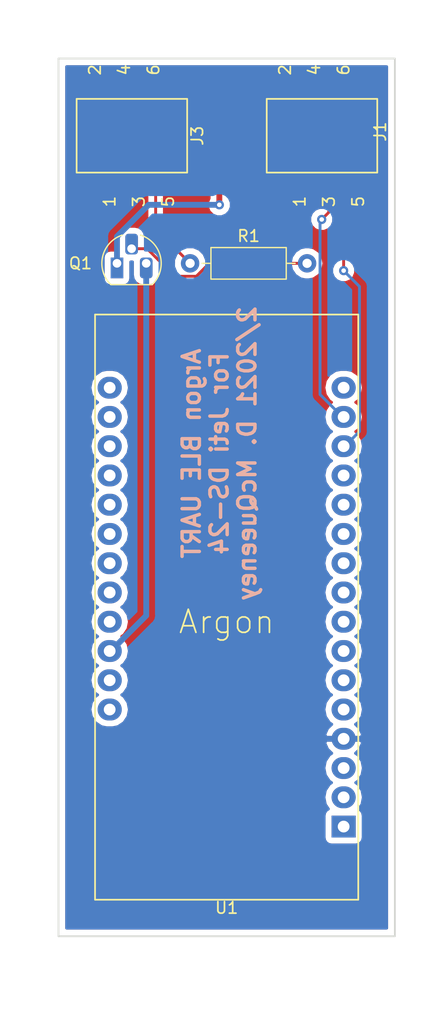
<source format=kicad_pcb>
(kicad_pcb (version 20171130) (host pcbnew 5.0.2+dfsg1-1)

  (general
    (thickness 1.6)
    (drawings 5)
    (tracks 41)
    (zones 0)
    (modules 5)
    (nets 38)
  )

  (page A4)
  (layers
    (0 F.Cu signal)
    (31 B.Cu signal)
    (32 B.Adhes user)
    (33 F.Adhes user)
    (34 B.Paste user)
    (35 F.Paste user)
    (36 B.SilkS user)
    (37 F.SilkS user)
    (38 B.Mask user)
    (39 F.Mask user)
    (40 Dwgs.User user)
    (41 Cmts.User user)
    (42 Eco1.User user)
    (43 Eco2.User user)
    (44 Edge.Cuts user)
    (45 Margin user)
    (46 B.CrtYd user)
    (47 F.CrtYd user)
    (48 B.Fab user)
    (49 F.Fab user)
  )

  (setup
    (last_trace_width 0.25)
    (user_trace_width 0.508)
    (trace_clearance 0.2)
    (zone_clearance 0.508)
    (zone_45_only no)
    (trace_min 0.2)
    (segment_width 0.2)
    (edge_width 0.15)
    (via_size 0.8)
    (via_drill 0.4)
    (via_min_size 0.4)
    (via_min_drill 0.3)
    (uvia_size 0.3)
    (uvia_drill 0.1)
    (uvias_allowed no)
    (uvia_min_size 0.2)
    (uvia_min_drill 0.1)
    (pcb_text_width 0.3)
    (pcb_text_size 1.5 1.5)
    (mod_edge_width 0.15)
    (mod_text_size 1 1)
    (mod_text_width 0.15)
    (pad_size 1.524 1.524)
    (pad_drill 0.762)
    (pad_to_mask_clearance 0.051)
    (solder_mask_min_width 0.25)
    (aux_axis_origin 0 0)
    (visible_elements FFFFFF7F)
    (pcbplotparams
      (layerselection 0x010fc_ffffffff)
      (usegerberextensions false)
      (usegerberattributes false)
      (usegerberadvancedattributes false)
      (creategerberjobfile false)
      (excludeedgelayer true)
      (linewidth 0.100000)
      (plotframeref false)
      (viasonmask false)
      (mode 1)
      (useauxorigin false)
      (hpglpennumber 1)
      (hpglpenspeed 20)
      (hpglpendiameter 15.000000)
      (psnegative false)
      (psa4output false)
      (plotreference true)
      (plotvalue true)
      (plotinvisibletext false)
      (padsonsilk false)
      (subtractmaskfromsilk false)
      (outputformat 1)
      (mirror false)
      (drillshape 1)
      (scaleselection 1)
      (outputdirectory ""))
  )

  (net 0 "")
  (net 1 "Net-(J1-Pad6)")
  (net 2 "Net-(J1-Pad5)")
  (net 3 "Net-(J1-Pad4)")
  (net 4 "Net-(J1-Pad3)")
  (net 5 "Net-(J1-Pad2)")
  (net 6 GND)
  (net 7 "Net-(J3-Pad1)")
  (net 8 "Net-(J3-Pad2)")
  (net 9 "Net-(J3-Pad3)")
  (net 10 "Net-(J3-Pad4)")
  (net 11 "Net-(J3-Pad6)")
  (net 12 "Net-(Q1-Pad2)")
  (net 13 "Net-(Q1-Pad3)")
  (net 14 "Net-(U1-Pad1)")
  (net 15 "Net-(U1-Pad2)")
  (net 16 "Net-(U1-Pad3)")
  (net 17 "Net-(U1-Pad5)")
  (net 18 "Net-(U1-Pad6)")
  (net 19 "Net-(U1-Pad7)")
  (net 20 "Net-(U1-Pad8)")
  (net 21 "Net-(U1-Pad9)")
  (net 22 "Net-(U1-Pad10)")
  (net 23 "Net-(U1-Pad11)")
  (net 24 "Net-(U1-Pad12)")
  (net 25 "Net-(U1-Pad13)")
  (net 26 "Net-(U1-Pad16)")
  (net 27 "Net-(U1-Pad17)")
  (net 28 "Net-(U1-Pad18)")
  (net 29 "Net-(U1-Pad19)")
  (net 30 "Net-(U1-Pad20)")
  (net 31 "Net-(U1-Pad21)")
  (net 32 "Net-(U1-Pad22)")
  (net 33 "Net-(U1-Pad23)")
  (net 34 "Net-(U1-Pad24)")
  (net 35 "Net-(U1-Pad25)")
  (net 36 "Net-(U1-Pad27)")
  (net 37 "Net-(U1-Pad28)")

  (net_class Default "This is the default net class."
    (clearance 0.2)
    (trace_width 0.25)
    (via_dia 0.8)
    (via_drill 0.4)
    (uvia_dia 0.3)
    (uvia_drill 0.1)
    (add_net GND)
    (add_net "Net-(J1-Pad2)")
    (add_net "Net-(J1-Pad3)")
    (add_net "Net-(J1-Pad4)")
    (add_net "Net-(J1-Pad5)")
    (add_net "Net-(J1-Pad6)")
    (add_net "Net-(J3-Pad1)")
    (add_net "Net-(J3-Pad2)")
    (add_net "Net-(J3-Pad3)")
    (add_net "Net-(J3-Pad4)")
    (add_net "Net-(J3-Pad6)")
    (add_net "Net-(Q1-Pad2)")
    (add_net "Net-(Q1-Pad3)")
    (add_net "Net-(U1-Pad1)")
    (add_net "Net-(U1-Pad10)")
    (add_net "Net-(U1-Pad11)")
    (add_net "Net-(U1-Pad12)")
    (add_net "Net-(U1-Pad13)")
    (add_net "Net-(U1-Pad16)")
    (add_net "Net-(U1-Pad17)")
    (add_net "Net-(U1-Pad18)")
    (add_net "Net-(U1-Pad19)")
    (add_net "Net-(U1-Pad2)")
    (add_net "Net-(U1-Pad20)")
    (add_net "Net-(U1-Pad21)")
    (add_net "Net-(U1-Pad22)")
    (add_net "Net-(U1-Pad23)")
    (add_net "Net-(U1-Pad24)")
    (add_net "Net-(U1-Pad25)")
    (add_net "Net-(U1-Pad27)")
    (add_net "Net-(U1-Pad28)")
    (add_net "Net-(U1-Pad3)")
    (add_net "Net-(U1-Pad5)")
    (add_net "Net-(U1-Pad6)")
    (add_net "Net-(U1-Pad7)")
    (add_net "Net-(U1-Pad8)")
    (add_net "Net-(U1-Pad9)")
  )

  (module Package_TO_SOT_THT:TO-92_HandSolder (layer F.Cu) (tedit 5A282C46) (tstamp 604660E8)
    (at 129.54 81.28)
    (descr "TO-92 leads molded, narrow, drill 0.75mm, handsoldering variant with enlarged pads (see NXP sot054_po.pdf)")
    (tags "to-92 sc-43 sc-43a sot54 PA33 transistor")
    (path /603894A7)
    (fp_text reference Q1 (at -3.175 0) (layer F.SilkS)
      (effects (font (size 1 1) (thickness 0.15)))
    )
    (fp_text value 2N3906 (at 1.27 2.79) (layer F.Fab)
      (effects (font (size 1 1) (thickness 0.15)))
    )
    (fp_arc (start 1.27 0) (end 2.05 -2.45) (angle 117.6433766) (layer F.SilkS) (width 0.12))
    (fp_arc (start 1.27 0) (end 1.27 -2.48) (angle -135) (layer F.Fab) (width 0.1))
    (fp_arc (start 1.27 0) (end 0.45 -2.45) (angle -116.9632683) (layer F.SilkS) (width 0.12))
    (fp_arc (start 1.27 0) (end 1.27 -2.48) (angle 135) (layer F.Fab) (width 0.1))
    (fp_line (start 4 2.01) (end -1.46 2.01) (layer F.CrtYd) (width 0.05))
    (fp_line (start 4 2.01) (end 4 -3.05) (layer F.CrtYd) (width 0.05))
    (fp_line (start -1.45 -3.05) (end -1.46 2.01) (layer F.CrtYd) (width 0.05))
    (fp_line (start -1.46 -3.05) (end 4 -3.05) (layer F.CrtYd) (width 0.05))
    (fp_line (start -0.5 1.75) (end 3 1.75) (layer F.Fab) (width 0.1))
    (fp_line (start -0.53 1.85) (end 3.07 1.85) (layer F.SilkS) (width 0.12))
    (fp_text user %R (at 1.27 -4.4) (layer F.Fab)
      (effects (font (size 1 1) (thickness 0.15)))
    )
    (pad 1 thru_hole rect (at 0 0) (size 1.1 1.8) (drill 0.75 (offset 0 0.4)) (layers *.Cu *.Mask)
      (net 5 "Net-(J1-Pad2)"))
    (pad 3 thru_hole roundrect (at 2.54 0) (size 1.1 1.8) (drill 0.75 (offset 0 0.4)) (layers *.Cu *.Mask) (roundrect_rratio 0.25)
      (net 13 "Net-(Q1-Pad3)"))
    (pad 2 thru_hole roundrect (at 1.27 -1.27) (size 1.1 1.8) (drill 0.75 (offset 0 -0.4)) (layers *.Cu *.Mask) (roundrect_rratio 0.25)
      (net 12 "Net-(Q1-Pad2)"))
    (model ${KISYS3DMOD}/Package_TO_SOT_THT.3dshapes/TO-92.wrl
      (at (xyz 0 0 0))
      (scale (xyz 1 1 1))
      (rotate (xyz 0 0 0))
    )
  )

  (module Resistor_THT:R_Axial_DIN0207_L6.3mm_D2.5mm_P10.16mm_Horizontal (layer F.Cu) (tedit 5AE5139B) (tstamp 6037E4D6)
    (at 135.89 81.28)
    (descr "Resistor, Axial_DIN0207 series, Axial, Horizontal, pin pitch=10.16mm, 0.25W = 1/4W, length*diameter=6.3*2.5mm^2, http://cdn-reichelt.de/documents/datenblatt/B400/1_4W%23YAG.pdf")
    (tags "Resistor Axial_DIN0207 series Axial Horizontal pin pitch 10.16mm 0.25W = 1/4W length 6.3mm diameter 2.5mm")
    (path /60389693)
    (fp_text reference R1 (at 5.08 -2.37) (layer F.SilkS)
      (effects (font (size 1 1) (thickness 0.15)))
    )
    (fp_text value 1K (at 5.08 2.37) (layer F.Fab)
      (effects (font (size 1 1) (thickness 0.15)))
    )
    (fp_text user %R (at 5.08 0) (layer F.Fab)
      (effects (font (size 1 1) (thickness 0.15)))
    )
    (fp_line (start 11.21 -1.5) (end -1.05 -1.5) (layer F.CrtYd) (width 0.05))
    (fp_line (start 11.21 1.5) (end 11.21 -1.5) (layer F.CrtYd) (width 0.05))
    (fp_line (start -1.05 1.5) (end 11.21 1.5) (layer F.CrtYd) (width 0.05))
    (fp_line (start -1.05 -1.5) (end -1.05 1.5) (layer F.CrtYd) (width 0.05))
    (fp_line (start 9.12 0) (end 8.35 0) (layer F.SilkS) (width 0.12))
    (fp_line (start 1.04 0) (end 1.81 0) (layer F.SilkS) (width 0.12))
    (fp_line (start 8.35 -1.37) (end 1.81 -1.37) (layer F.SilkS) (width 0.12))
    (fp_line (start 8.35 1.37) (end 8.35 -1.37) (layer F.SilkS) (width 0.12))
    (fp_line (start 1.81 1.37) (end 8.35 1.37) (layer F.SilkS) (width 0.12))
    (fp_line (start 1.81 -1.37) (end 1.81 1.37) (layer F.SilkS) (width 0.12))
    (fp_line (start 10.16 0) (end 8.23 0) (layer F.Fab) (width 0.1))
    (fp_line (start 0 0) (end 1.93 0) (layer F.Fab) (width 0.1))
    (fp_line (start 8.23 -1.25) (end 1.93 -1.25) (layer F.Fab) (width 0.1))
    (fp_line (start 8.23 1.25) (end 8.23 -1.25) (layer F.Fab) (width 0.1))
    (fp_line (start 1.93 1.25) (end 8.23 1.25) (layer F.Fab) (width 0.1))
    (fp_line (start 1.93 -1.25) (end 1.93 1.25) (layer F.Fab) (width 0.1))
    (pad 2 thru_hole oval (at 10.16 0) (size 1.6 1.6) (drill 0.8) (layers *.Cu *.Mask)
      (net 12 "Net-(Q1-Pad2)"))
    (pad 1 thru_hole circle (at 0 0) (size 1.6 1.6) (drill 0.8) (layers *.Cu *.Mask)
      (net 10 "Net-(J3-Pad4)"))
    (model ${KISYS3DMOD}/Resistor_THT.3dshapes/R_Axial_DIN0207_L6.3mm_D2.5mm_P10.16mm_Horizontal.wrl
      (at (xyz 0 0 0))
      (scale (xyz 1 1 1))
      (rotate (xyz 0 0 0))
    )
  )

  (module MedidoFootprints:JetiWurth (layer F.Cu) (tedit 603835FA) (tstamp 6052E11D)
    (at 147.94484 70.20306 90)
    (path /60389778)
    (fp_text reference J1 (at 0.35306 4.45516 90) (layer F.SilkS)
      (effects (font (size 1 1) (thickness 0.15)))
    )
    (fp_text value JetiWurth (at 0 -6.35 90) (layer F.Fab)
      (effects (font (size 1 1) (thickness 0.15)))
    )
    (fp_line (start -3.2 -5.4) (end 3.2 -5.4) (layer F.SilkS) (width 0.15))
    (fp_line (start -3.2 4.2) (end -3.2 -5.4) (layer F.SilkS) (width 0.15))
    (fp_line (start 3.2 4.2) (end -3.2 4.2) (layer F.SilkS) (width 0.15))
    (fp_line (start 3.2 -5.4) (end 3.2 4.2) (layer F.SilkS) (width 0.15))
    (fp_text user 6 (at 5.715 1.27 90) (layer F.SilkS)
      (effects (font (size 1 1) (thickness 0.15)))
    )
    (fp_text user 4 (at 5.715 -1.27 90) (layer F.SilkS)
      (effects (font (size 1 1) (thickness 0.15)))
    )
    (fp_text user 2 (at 5.715 -3.81 90) (layer F.SilkS)
      (effects (font (size 1 1) (thickness 0.15)))
    )
    (fp_text user 5 (at -5.715 2.54 90) (layer F.SilkS)
      (effects (font (size 1 1) (thickness 0.15)))
    )
    (fp_text user 3 (at -5.715 0 90) (layer F.SilkS)
      (effects (font (size 1 1) (thickness 0.15)))
    )
    (fp_text user 1 (at -5.715 -2.54 90) (layer F.SilkS)
      (effects (font (size 1 1) (thickness 0.15)))
    )
    (pad 6 smd rect (at 2.25806 1.28016 90) (size 3 1.5) (layers F.Cu F.Paste F.Mask)
      (net 1 "Net-(J1-Pad6)"))
    (pad 5 smd rect (at -2.2606 2.54 90) (size 3 1.5) (layers F.Cu F.Paste F.Mask)
      (net 2 "Net-(J1-Pad5)"))
    (pad 4 smd rect (at 2.24536 -1.2827 90) (size 3 1.5) (layers F.Cu F.Paste F.Mask)
      (net 3 "Net-(J1-Pad4)"))
    (pad 3 smd rect (at -2.2606 -0.00762 90) (size 3 1.5) (layers F.Cu F.Paste F.Mask)
      (net 4 "Net-(J1-Pad3)"))
    (pad 2 smd rect (at 2.24536 -3.81762 90) (size 3 1.5) (layers F.Cu F.Paste F.Mask)
      (net 5 "Net-(J1-Pad2)"))
    (pad 1 smd rect (at -2.2606 -2.54254 90) (size 3 1.5) (layers F.Cu F.Paste F.Mask)
      (net 6 GND))
  )

  (module MedidoFootprints:JetiWurth (layer F.Cu) (tedit 603835FA) (tstamp 6052E07B)
    (at 131.43484 70.20306 90)
    (path /6038936C)
    (fp_text reference J3 (at 0 5.08 90) (layer F.SilkS)
      (effects (font (size 1 1) (thickness 0.15)))
    )
    (fp_text value JetiWurth (at 0 -6.35 90) (layer F.Fab)
      (effects (font (size 1 1) (thickness 0.15)))
    )
    (fp_line (start -3.2 -5.4) (end 3.2 -5.4) (layer F.SilkS) (width 0.15))
    (fp_line (start -3.2 4.2) (end -3.2 -5.4) (layer F.SilkS) (width 0.15))
    (fp_line (start 3.2 4.2) (end -3.2 4.2) (layer F.SilkS) (width 0.15))
    (fp_line (start 3.2 -5.4) (end 3.2 4.2) (layer F.SilkS) (width 0.15))
    (fp_text user 6 (at 5.715 1.27 90) (layer F.SilkS)
      (effects (font (size 1 1) (thickness 0.15)))
    )
    (fp_text user 4 (at 5.715 -1.27 90) (layer F.SilkS)
      (effects (font (size 1 1) (thickness 0.15)))
    )
    (fp_text user 2 (at 5.715 -3.81 90) (layer F.SilkS)
      (effects (font (size 1 1) (thickness 0.15)))
    )
    (fp_text user 5 (at -5.715 2.54 90) (layer F.SilkS)
      (effects (font (size 1 1) (thickness 0.15)))
    )
    (fp_text user 3 (at -5.715 0 90) (layer F.SilkS)
      (effects (font (size 1 1) (thickness 0.15)))
    )
    (fp_text user 1 (at -5.715 -2.54 90) (layer F.SilkS)
      (effects (font (size 1 1) (thickness 0.15)))
    )
    (pad 6 smd rect (at 2.25806 1.28016 90) (size 3 1.5) (layers F.Cu F.Paste F.Mask)
      (net 11 "Net-(J3-Pad6)"))
    (pad 5 smd rect (at -2.2606 2.54 90) (size 3 1.5) (layers F.Cu F.Paste F.Mask)
      (net 6 GND))
    (pad 4 smd rect (at 2.24536 -1.2827 90) (size 3 1.5) (layers F.Cu F.Paste F.Mask)
      (net 10 "Net-(J3-Pad4)"))
    (pad 3 smd rect (at -2.2606 -0.00762 90) (size 3 1.5) (layers F.Cu F.Paste F.Mask)
      (net 9 "Net-(J3-Pad3)"))
    (pad 2 smd rect (at 2.24536 -3.81762 90) (size 3 1.5) (layers F.Cu F.Paste F.Mask)
      (net 8 "Net-(J3-Pad2)"))
    (pad 1 smd rect (at -2.2606 -2.54254 90) (size 3 1.5) (layers F.Cu F.Paste F.Mask)
      (net 7 "Net-(J3-Pad1)"))
  )

  (module MedidoFootprints:Particle_Argon (layer F.Cu) (tedit 5EC3F644) (tstamp 6052E15F)
    (at 139.065 109.855 180)
    (path /60388CAC)
    (fp_text reference U1 (at 0 -27.380001 180) (layer F.SilkS)
      (effects (font (size 1 1) (thickness 0.15)))
    )
    (fp_text value Particle_Argon (at 0 -31.75 180) (layer F.Fab)
      (effects (font (size 1 1) (thickness 0.15)))
    )
    (fp_line (start -11.43 24.13) (end -11.43 -26.67) (layer F.SilkS) (width 0.15))
    (fp_line (start 11.43 24.13) (end -11.43 24.13) (layer F.SilkS) (width 0.15))
    (fp_line (start 11.43 -26.67) (end 11.43 24.13) (layer F.SilkS) (width 0.15))
    (fp_line (start -11.43 -26.67) (end 11.43 -26.67) (layer F.SilkS) (width 0.15))
    (fp_text user Argon (at 0 -2.54 180) (layer F.SilkS)
      (effects (font (size 2 2) (thickness 0.15)))
    )
    (pad 28 thru_hole oval (at 10.16 -10.16 180) (size 2.1 1.9) (drill 1.02) (layers *.Cu *.Mask)
      (net 37 "Net-(U1-Pad28)"))
    (pad 27 thru_hole oval (at 10.16 -7.62 180) (size 2.1 1.9) (drill 1.02) (layers *.Cu *.Mask)
      (net 36 "Net-(U1-Pad27)"))
    (pad 26 thru_hole oval (at 10.16 -5.08 180) (size 2.1 1.9) (drill 1.02) (layers *.Cu *.Mask)
      (net 13 "Net-(Q1-Pad3)"))
    (pad 25 thru_hole oval (at 10.16 -2.54 180) (size 2.1 1.9) (drill 1.02) (layers *.Cu *.Mask)
      (net 35 "Net-(U1-Pad25)"))
    (pad 24 thru_hole oval (at 10.16 0 180) (size 2.1 1.9) (drill 1.02) (layers *.Cu *.Mask)
      (net 34 "Net-(U1-Pad24)"))
    (pad 23 thru_hole oval (at 10.16 2.54 180) (size 2.1 1.9) (drill 1.02) (layers *.Cu *.Mask)
      (net 33 "Net-(U1-Pad23)"))
    (pad 22 thru_hole oval (at 10.16 5.08 180) (size 2.1 1.9) (drill 1.02) (layers *.Cu *.Mask)
      (net 32 "Net-(U1-Pad22)"))
    (pad 21 thru_hole oval (at 10.16 7.62 180) (size 2.1 1.9) (drill 1.02) (layers *.Cu *.Mask)
      (net 31 "Net-(U1-Pad21)"))
    (pad 20 thru_hole oval (at 10.16 10.16 180) (size 2.1 1.9) (drill 1.02) (layers *.Cu *.Mask)
      (net 30 "Net-(U1-Pad20)"))
    (pad 19 thru_hole oval (at 10.16 12.7 180) (size 2.1 1.9) (drill 1.02) (layers *.Cu *.Mask)
      (net 29 "Net-(U1-Pad19)"))
    (pad 18 thru_hole oval (at 10.16 15.24 180) (size 2.1 1.9) (drill 1.02) (layers *.Cu *.Mask)
      (net 28 "Net-(U1-Pad18)"))
    (pad 17 thru_hole oval (at 10.16 17.78 180) (size 2.1 1.9) (drill 1.02) (layers *.Cu *.Mask)
      (net 27 "Net-(U1-Pad17)"))
    (pad 16 thru_hole oval (at -10.16 17.78 180) (size 2.1 1.9) (drill 1.02) (layers *.Cu *.Mask)
      (net 26 "Net-(U1-Pad16)"))
    (pad 15 thru_hole oval (at -10.16 15.24 180) (size 2.1 1.9) (drill 1.02) (layers *.Cu *.Mask)
      (net 4 "Net-(J1-Pad3)"))
    (pad 14 thru_hole oval (at -10.16 12.7 180) (size 2.1 1.9) (drill 1.02) (layers *.Cu *.Mask)
      (net 3 "Net-(J1-Pad4)"))
    (pad 13 thru_hole oval (at -10.16 10.16 180) (size 2.1 1.9) (drill 1.02) (layers *.Cu *.Mask)
      (net 25 "Net-(U1-Pad13)"))
    (pad 12 thru_hole oval (at -10.16 7.62 180) (size 2.1 1.9) (drill 1.02) (layers *.Cu *.Mask)
      (net 24 "Net-(U1-Pad12)"))
    (pad 11 thru_hole oval (at -10.16 5.08 180) (size 2.1 1.9) (drill 1.02) (layers *.Cu *.Mask)
      (net 23 "Net-(U1-Pad11)"))
    (pad 10 thru_hole oval (at -10.16 2.54 180) (size 2.1 1.9) (drill 1.02) (layers *.Cu *.Mask)
      (net 22 "Net-(U1-Pad10)"))
    (pad 9 thru_hole oval (at -10.16 0 180) (size 2.1 1.9) (drill 1.02) (layers *.Cu *.Mask)
      (net 21 "Net-(U1-Pad9)"))
    (pad 8 thru_hole oval (at -10.16 -2.54 180) (size 2.1 1.9) (drill 1.02) (layers *.Cu *.Mask)
      (net 20 "Net-(U1-Pad8)"))
    (pad 7 thru_hole oval (at -10.16 -5.08 180) (size 2.1 1.9) (drill 1.02) (layers *.Cu *.Mask)
      (net 19 "Net-(U1-Pad7)"))
    (pad 6 thru_hole oval (at -10.16 -7.62 180) (size 2.1 1.9) (drill 1.02) (layers *.Cu *.Mask)
      (net 18 "Net-(U1-Pad6)"))
    (pad 5 thru_hole oval (at -10.16 -10.16 180) (size 2.1 1.9) (drill 1.02) (layers *.Cu *.Mask)
      (net 17 "Net-(U1-Pad5)"))
    (pad 4 thru_hole oval (at -10.16 -12.7 180) (size 2.1 1.9) (drill 1.02) (layers *.Cu *.Mask)
      (net 6 GND))
    (pad 3 thru_hole oval (at -10.16 -15.24 180) (size 2.1 1.9) (drill 1.02) (layers *.Cu *.Mask)
      (net 16 "Net-(U1-Pad3)"))
    (pad 2 thru_hole oval (at -10.16 -17.78 180) (size 2.1 1.9) (drill 1.02) (layers *.Cu *.Mask)
      (net 15 "Net-(U1-Pad2)"))
    (pad 1 thru_hole rect (at -10.16 -20.32 180) (size 2.1 1.9) (drill 1.02) (layers *.Cu *.Mask)
      (net 14 "Net-(U1-Pad1)"))
  )

  (gr_text "Argon BLE UART\nFor Jeti DS-24\n2/2021 D. McQueeney" (at 138.43 97.79 90) (layer B.SilkS)
    (effects (font (size 1.5 1.5) (thickness 0.3)) (justify mirror))
  )
  (gr_line (start 124.46 139.7) (end 124.46 63.5) (layer Edge.Cuts) (width 0.15))
  (gr_line (start 153.67 139.7) (end 124.46 139.7) (layer Edge.Cuts) (width 0.15))
  (gr_line (start 153.67 63.5) (end 153.67 139.7) (layer Edge.Cuts) (width 0.15))
  (gr_line (start 124.46 63.5) (end 153.67 63.5) (layer Edge.Cuts) (width 0.15))

  (segment (start 150.60001 83.29001) (end 149.225 81.915) (width 0.25) (layer B.Cu) (net 3))
  (segment (start 150.60001 95.87999) (end 150.60001 83.29001) (width 0.25) (layer B.Cu) (net 3))
  (via (at 149.225 81.915) (size 0.8) (drill 0.4) (layers F.Cu B.Cu) (net 3))
  (segment (start 149.225 97.155) (end 149.325 97.155) (width 0.25) (layer B.Cu) (net 3))
  (segment (start 149.325 97.155) (end 150.60001 95.87999) (width 0.25) (layer B.Cu) (net 3))
  (segment (start 146.66214 67.9577) (end 146.66214 68.217142) (width 0.25) (layer F.Cu) (net 3))
  (segment (start 146.66214 68.217142) (end 149.225 70.780002) (width 0.25) (layer F.Cu) (net 3))
  (segment (start 149.225 81.915) (end 149.225 70.780002) (width 0.25) (layer F.Cu) (net 3))
  (segment (start 149.125 94.615) (end 149.225 94.615) (width 0.25) (layer B.Cu) (net 4))
  (segment (start 147.175001 83.82) (end 147.175001 92.665001) (width 0.25) (layer B.Cu) (net 4))
  (segment (start 147.175001 92.665001) (end 149.125 94.615) (width 0.25) (layer B.Cu) (net 4))
  (segment (start 147.175001 83.964999) (end 147.175001 83.82) (width 0.25) (layer B.Cu) (net 4))
  (via (at 147.32 77.47) (size 0.8) (drill 0.4) (layers F.Cu B.Cu) (net 4))
  (segment (start 147.175001 77.614999) (end 147.32 77.47) (width 0.25) (layer B.Cu) (net 4))
  (segment (start 147.175001 78.74) (end 147.175001 78.595001) (width 0.25) (layer B.Cu) (net 4))
  (segment (start 147.175001 78.74) (end 147.175001 77.614999) (width 0.25) (layer B.Cu) (net 4))
  (segment (start 147.175001 83.82) (end 147.175001 78.74) (width 0.25) (layer B.Cu) (net 4))
  (segment (start 147.93722 76.85278) (end 147.93722 72.46366) (width 0.25) (layer F.Cu) (net 4))
  (segment (start 147.32 77.47) (end 147.93722 76.85278) (width 0.25) (layer F.Cu) (net 4))
  (segment (start 129.54 81.28) (end 129.54 81.055) (width 0.25) (layer F.Cu) (net 5))
  (segment (start 129.54 81.28) (end 129.54 81.055) (width 0.25) (layer B.Cu) (net 5))
  (via (at 138.43 76.2) (size 0.8) (drill 0.4) (layers F.Cu B.Cu) (net 5))
  (segment (start 129.54 78.949024) (end 129.54 81.28) (width 0.508) (layer B.Cu) (net 5))
  (segment (start 132.289024 76.2) (end 129.54 78.949024) (width 0.508) (layer B.Cu) (net 5))
  (segment (start 138.43 76.2) (end 132.289024 76.2) (width 0.508) (layer B.Cu) (net 5))
  (segment (start 138.43 72.39692) (end 142.86922 67.9577) (width 0.508) (layer F.Cu) (net 5))
  (segment (start 142.86922 67.9577) (end 144.12722 67.9577) (width 0.508) (layer F.Cu) (net 5))
  (segment (start 138.43 76.2) (end 138.43 72.39692) (width 0.508) (layer F.Cu) (net 5))
  (segment (start 135.090001 80.480001) (end 135.89 81.28) (width 0.25) (layer F.Cu) (net 10))
  (segment (start 132.899839 78.289839) (end 135.090001 80.480001) (width 0.25) (layer F.Cu) (net 10))
  (segment (start 132.899839 71.101277) (end 132.899839 78.289839) (width 0.25) (layer F.Cu) (net 10))
  (segment (start 130.15214 68.353578) (end 132.899839 71.101277) (width 0.25) (layer F.Cu) (net 10))
  (segment (start 130.15214 67.9577) (end 130.15214 68.353578) (width 0.25) (layer F.Cu) (net 10))
  (segment (start 132.158544 80.01) (end 130.81 80.01) (width 0.25) (layer F.Cu) (net 12))
  (segment (start 134.553545 82.405001) (end 132.158544 80.01) (width 0.25) (layer F.Cu) (net 12))
  (segment (start 136.430001 82.405001) (end 134.553545 82.405001) (width 0.25) (layer F.Cu) (net 12))
  (segment (start 137.555002 81.28) (end 136.430001 82.405001) (width 0.25) (layer F.Cu) (net 12))
  (segment (start 146.05 81.28) (end 137.555002 81.28) (width 0.25) (layer F.Cu) (net 12))
  (segment (start 129.005 114.935) (end 128.905 114.935) (width 0.508) (layer B.Cu) (net 13))
  (segment (start 132.08 111.86) (end 129.005 114.935) (width 0.508) (layer B.Cu) (net 13))
  (segment (start 132.08 81.28) (end 132.08 111.86) (width 0.508) (layer B.Cu) (net 13))

  (zone (net 6) (net_name GND) (layer B.Cu) (tstamp 0) (hatch edge 0.508)
    (connect_pads (clearance 0.508))
    (min_thickness 0.254)
    (fill yes (arc_segments 16) (thermal_gap 0.508) (thermal_bridge_width 0.508))
    (polygon
      (pts
        (xy 121.92 60.96) (xy 121.92 142.24) (xy 156.21 142.24) (xy 156.21 60.96) (xy 128.27 60.96)
      )
    )
    (filled_polygon
      (pts
        (xy 152.960001 138.99) (xy 125.17 138.99) (xy 125.17 125.095) (xy 147.508949 125.095) (xy 147.631964 125.713436)
        (xy 147.982279 126.237721) (xy 148.172766 126.365) (xy 147.982279 126.492279) (xy 147.631964 127.016564) (xy 147.508949 127.635)
        (xy 147.631964 128.253436) (xy 147.895593 128.647986) (xy 147.717191 128.767191) (xy 147.576843 128.977235) (xy 147.52756 129.225)
        (xy 147.52756 131.125) (xy 147.576843 131.372765) (xy 147.717191 131.582809) (xy 147.927235 131.723157) (xy 148.175 131.77244)
        (xy 150.275 131.77244) (xy 150.522765 131.723157) (xy 150.732809 131.582809) (xy 150.873157 131.372765) (xy 150.92244 131.125)
        (xy 150.92244 129.225) (xy 150.873157 128.977235) (xy 150.732809 128.767191) (xy 150.554407 128.647986) (xy 150.818036 128.253436)
        (xy 150.941051 127.635) (xy 150.818036 127.016564) (xy 150.467721 126.492279) (xy 150.277234 126.365) (xy 150.467721 126.237721)
        (xy 150.818036 125.713436) (xy 150.941051 125.095) (xy 150.818036 124.476564) (xy 150.467721 123.952279) (xy 150.258282 123.812337)
        (xy 150.622288 123.464162) (xy 150.865586 122.927588) (xy 150.745584 122.682) (xy 149.352 122.682) (xy 149.352 122.702)
        (xy 149.098 122.702) (xy 149.098 122.682) (xy 147.704416 122.682) (xy 147.584414 122.927588) (xy 147.827712 123.464162)
        (xy 148.191718 123.812337) (xy 147.982279 123.952279) (xy 147.631964 124.476564) (xy 147.508949 125.095) (xy 125.17 125.095)
        (xy 125.17 92.075) (xy 127.188949 92.075) (xy 127.311964 92.693436) (xy 127.662279 93.217721) (xy 127.852766 93.345)
        (xy 127.662279 93.472279) (xy 127.311964 93.996564) (xy 127.188949 94.615) (xy 127.311964 95.233436) (xy 127.662279 95.757721)
        (xy 127.852766 95.885) (xy 127.662279 96.012279) (xy 127.311964 96.536564) (xy 127.188949 97.155) (xy 127.311964 97.773436)
        (xy 127.662279 98.297721) (xy 127.852766 98.425) (xy 127.662279 98.552279) (xy 127.311964 99.076564) (xy 127.188949 99.695)
        (xy 127.311964 100.313436) (xy 127.662279 100.837721) (xy 127.852766 100.965) (xy 127.662279 101.092279) (xy 127.311964 101.616564)
        (xy 127.188949 102.235) (xy 127.311964 102.853436) (xy 127.662279 103.377721) (xy 127.852766 103.505) (xy 127.662279 103.632279)
        (xy 127.311964 104.156564) (xy 127.188949 104.775) (xy 127.311964 105.393436) (xy 127.662279 105.917721) (xy 127.852766 106.045)
        (xy 127.662279 106.172279) (xy 127.311964 106.696564) (xy 127.188949 107.315) (xy 127.311964 107.933436) (xy 127.662279 108.457721)
        (xy 127.852766 108.585) (xy 127.662279 108.712279) (xy 127.311964 109.236564) (xy 127.188949 109.855) (xy 127.311964 110.473436)
        (xy 127.662279 110.997721) (xy 127.852766 111.125) (xy 127.662279 111.252279) (xy 127.311964 111.776564) (xy 127.188949 112.395)
        (xy 127.311964 113.013436) (xy 127.662279 113.537721) (xy 127.852766 113.665) (xy 127.662279 113.792279) (xy 127.311964 114.316564)
        (xy 127.188949 114.935) (xy 127.311964 115.553436) (xy 127.662279 116.077721) (xy 127.852766 116.205) (xy 127.662279 116.332279)
        (xy 127.311964 116.856564) (xy 127.188949 117.475) (xy 127.311964 118.093436) (xy 127.662279 118.617721) (xy 127.852766 118.745)
        (xy 127.662279 118.872279) (xy 127.311964 119.396564) (xy 127.188949 120.015) (xy 127.311964 120.633436) (xy 127.662279 121.157721)
        (xy 128.186564 121.508036) (xy 128.648897 121.6) (xy 129.161103 121.6) (xy 129.623436 121.508036) (xy 130.147721 121.157721)
        (xy 130.498036 120.633436) (xy 130.621051 120.015) (xy 130.498036 119.396564) (xy 130.147721 118.872279) (xy 129.957234 118.745)
        (xy 130.147721 118.617721) (xy 130.498036 118.093436) (xy 130.621051 117.475) (xy 130.498036 116.856564) (xy 130.147721 116.332279)
        (xy 129.957234 116.205) (xy 130.147721 116.077721) (xy 130.498036 115.553436) (xy 130.621051 114.935) (xy 130.561519 114.635716)
        (xy 132.646707 112.550529) (xy 132.720933 112.500933) (xy 132.917419 112.20687) (xy 132.969 111.947556) (xy 132.969 111.947555)
        (xy 132.986416 111.86) (xy 132.969 111.772445) (xy 132.969 82.982831) (xy 133.007264 82.957264) (xy 133.207223 82.658003)
        (xy 133.27744 82.305) (xy 133.27744 81.055) (xy 133.265418 80.994561) (xy 134.455 80.994561) (xy 134.455 81.565439)
        (xy 134.673466 82.092862) (xy 135.077138 82.496534) (xy 135.604561 82.715) (xy 136.175439 82.715) (xy 136.702862 82.496534)
        (xy 137.106534 82.092862) (xy 137.325 81.565439) (xy 137.325 81.28) (xy 144.586887 81.28) (xy 144.69826 81.839909)
        (xy 145.015423 82.314577) (xy 145.490091 82.63174) (xy 145.908667 82.715) (xy 146.191333 82.715) (xy 146.415001 82.67051)
        (xy 146.415001 83.745149) (xy 146.415002 92.590149) (xy 146.400113 92.665001) (xy 146.415002 92.739853) (xy 146.459098 92.961538)
        (xy 146.627073 93.21293) (xy 146.690529 93.25533) (xy 147.598748 94.16355) (xy 147.508949 94.615) (xy 147.631964 95.233436)
        (xy 147.982279 95.757721) (xy 148.172766 95.885) (xy 147.982279 96.012279) (xy 147.631964 96.536564) (xy 147.508949 97.155)
        (xy 147.631964 97.773436) (xy 147.982279 98.297721) (xy 148.172766 98.425) (xy 147.982279 98.552279) (xy 147.631964 99.076564)
        (xy 147.508949 99.695) (xy 147.631964 100.313436) (xy 147.982279 100.837721) (xy 148.172766 100.965) (xy 147.982279 101.092279)
        (xy 147.631964 101.616564) (xy 147.508949 102.235) (xy 147.631964 102.853436) (xy 147.982279 103.377721) (xy 148.172766 103.505)
        (xy 147.982279 103.632279) (xy 147.631964 104.156564) (xy 147.508949 104.775) (xy 147.631964 105.393436) (xy 147.982279 105.917721)
        (xy 148.172766 106.045) (xy 147.982279 106.172279) (xy 147.631964 106.696564) (xy 147.508949 107.315) (xy 147.631964 107.933436)
        (xy 147.982279 108.457721) (xy 148.172766 108.585) (xy 147.982279 108.712279) (xy 147.631964 109.236564) (xy 147.508949 109.855)
        (xy 147.631964 110.473436) (xy 147.982279 110.997721) (xy 148.172766 111.125) (xy 147.982279 111.252279) (xy 147.631964 111.776564)
        (xy 147.508949 112.395) (xy 147.631964 113.013436) (xy 147.982279 113.537721) (xy 148.172766 113.665) (xy 147.982279 113.792279)
        (xy 147.631964 114.316564) (xy 147.508949 114.935) (xy 147.631964 115.553436) (xy 147.982279 116.077721) (xy 148.172766 116.205)
        (xy 147.982279 116.332279) (xy 147.631964 116.856564) (xy 147.508949 117.475) (xy 147.631964 118.093436) (xy 147.982279 118.617721)
        (xy 148.172766 118.745) (xy 147.982279 118.872279) (xy 147.631964 119.396564) (xy 147.508949 120.015) (xy 147.631964 120.633436)
        (xy 147.982279 121.157721) (xy 148.191718 121.297663) (xy 147.827712 121.645838) (xy 147.584414 122.182412) (xy 147.704416 122.428)
        (xy 149.098 122.428) (xy 149.098 122.408) (xy 149.352 122.408) (xy 149.352 122.428) (xy 150.745584 122.428)
        (xy 150.865586 122.182412) (xy 150.622288 121.645838) (xy 150.258282 121.297663) (xy 150.467721 121.157721) (xy 150.818036 120.633436)
        (xy 150.941051 120.015) (xy 150.818036 119.396564) (xy 150.467721 118.872279) (xy 150.277234 118.745) (xy 150.467721 118.617721)
        (xy 150.818036 118.093436) (xy 150.941051 117.475) (xy 150.818036 116.856564) (xy 150.467721 116.332279) (xy 150.277234 116.205)
        (xy 150.467721 116.077721) (xy 150.818036 115.553436) (xy 150.941051 114.935) (xy 150.818036 114.316564) (xy 150.467721 113.792279)
        (xy 150.277234 113.665) (xy 150.467721 113.537721) (xy 150.818036 113.013436) (xy 150.941051 112.395) (xy 150.818036 111.776564)
        (xy 150.467721 111.252279) (xy 150.277234 111.125) (xy 150.467721 110.997721) (xy 150.818036 110.473436) (xy 150.941051 109.855)
        (xy 150.818036 109.236564) (xy 150.467721 108.712279) (xy 150.277234 108.585) (xy 150.467721 108.457721) (xy 150.818036 107.933436)
        (xy 150.941051 107.315) (xy 150.818036 106.696564) (xy 150.467721 106.172279) (xy 150.277234 106.045) (xy 150.467721 105.917721)
        (xy 150.818036 105.393436) (xy 150.941051 104.775) (xy 150.818036 104.156564) (xy 150.467721 103.632279) (xy 150.277234 103.505)
        (xy 150.467721 103.377721) (xy 150.818036 102.853436) (xy 150.941051 102.235) (xy 150.818036 101.616564) (xy 150.467721 101.092279)
        (xy 150.277234 100.965) (xy 150.467721 100.837721) (xy 150.818036 100.313436) (xy 150.941051 99.695) (xy 150.818036 99.076564)
        (xy 150.467721 98.552279) (xy 150.277234 98.425) (xy 150.467721 98.297721) (xy 150.818036 97.773436) (xy 150.941051 97.155)
        (xy 150.851252 96.703551) (xy 151.084486 96.470317) (xy 151.147939 96.427919) (xy 151.190337 96.364466) (xy 151.190339 96.364464)
        (xy 151.315913 96.176528) (xy 151.315914 96.176527) (xy 151.36001 95.954842) (xy 151.36001 95.954838) (xy 151.374898 95.879991)
        (xy 151.36001 95.805144) (xy 151.36001 83.364858) (xy 151.374898 83.29001) (xy 151.36001 83.215162) (xy 151.36001 83.215158)
        (xy 151.315914 82.993473) (xy 151.315914 82.993472) (xy 151.190339 82.805537) (xy 151.147939 82.742081) (xy 151.084483 82.699681)
        (xy 150.26 81.875199) (xy 150.26 81.709126) (xy 150.102431 81.32872) (xy 149.81128 81.037569) (xy 149.430874 80.88)
        (xy 149.019126 80.88) (xy 148.63872 81.037569) (xy 148.347569 81.32872) (xy 148.19 81.709126) (xy 148.19 82.120874)
        (xy 148.347569 82.50128) (xy 148.63872 82.792431) (xy 149.019126 82.95) (xy 149.185199 82.95) (xy 149.840011 83.604813)
        (xy 149.84001 90.561391) (xy 149.481103 90.49) (xy 148.968897 90.49) (xy 148.506564 90.581964) (xy 147.982279 90.932279)
        (xy 147.935001 91.003036) (xy 147.935001 78.31871) (xy 148.197431 78.05628) (xy 148.355 77.675874) (xy 148.355 77.264126)
        (xy 148.197431 76.88372) (xy 147.90628 76.592569) (xy 147.525874 76.435) (xy 147.114126 76.435) (xy 146.73372 76.592569)
        (xy 146.442569 76.88372) (xy 146.285 77.264126) (xy 146.285 77.675874) (xy 146.415002 77.989726) (xy 146.415001 78.814851)
        (xy 146.415002 78.814856) (xy 146.415002 79.889491) (xy 146.191333 79.845) (xy 145.908667 79.845) (xy 145.490091 79.92826)
        (xy 145.015423 80.245423) (xy 144.69826 80.720091) (xy 144.586887 81.28) (xy 137.325 81.28) (xy 137.325 80.994561)
        (xy 137.106534 80.467138) (xy 136.702862 80.063466) (xy 136.175439 79.845) (xy 135.604561 79.845) (xy 135.077138 80.063466)
        (xy 134.673466 80.467138) (xy 134.455 80.994561) (xy 133.265418 80.994561) (xy 133.207223 80.701997) (xy 133.007264 80.402736)
        (xy 132.708003 80.202777) (xy 132.355 80.13256) (xy 132.00744 80.13256) (xy 132.00744 78.985) (xy 131.937223 78.631997)
        (xy 131.737264 78.332736) (xy 131.543195 78.203064) (xy 132.65726 77.089) (xy 137.87165 77.089) (xy 138.224126 77.235)
        (xy 138.635874 77.235) (xy 139.01628 77.077431) (xy 139.307431 76.78628) (xy 139.465 76.405874) (xy 139.465 75.994126)
        (xy 139.307431 75.61372) (xy 139.01628 75.322569) (xy 138.635874 75.165) (xy 138.224126 75.165) (xy 137.87165 75.311)
        (xy 132.376578 75.311) (xy 132.289023 75.293584) (xy 132.201468 75.311) (xy 131.942154 75.362581) (xy 131.648091 75.559067)
        (xy 131.598495 75.633293) (xy 128.973296 78.258493) (xy 128.899067 78.308091) (xy 128.702581 78.602155) (xy 128.690051 78.665148)
        (xy 128.633584 78.949024) (xy 128.651 79.036579) (xy 128.651001 80.242804) (xy 128.532191 80.322191) (xy 128.391843 80.532235)
        (xy 128.34256 80.78) (xy 128.34256 82.58) (xy 128.391843 82.827765) (xy 128.532191 83.037809) (xy 128.742235 83.178157)
        (xy 128.99 83.22744) (xy 130.09 83.22744) (xy 130.337765 83.178157) (xy 130.547809 83.037809) (xy 130.688157 82.827765)
        (xy 130.73744 82.58) (xy 130.73744 81.15744) (xy 130.88256 81.15744) (xy 130.88256 82.305) (xy 130.952777 82.658003)
        (xy 131.152736 82.957264) (xy 131.191 82.982831) (xy 131.191001 111.491763) (xy 130.565755 112.117009) (xy 130.498036 111.776564)
        (xy 130.147721 111.252279) (xy 129.957234 111.125) (xy 130.147721 110.997721) (xy 130.498036 110.473436) (xy 130.621051 109.855)
        (xy 130.498036 109.236564) (xy 130.147721 108.712279) (xy 129.957234 108.585) (xy 130.147721 108.457721) (xy 130.498036 107.933436)
        (xy 130.621051 107.315) (xy 130.498036 106.696564) (xy 130.147721 106.172279) (xy 129.957234 106.045) (xy 130.147721 105.917721)
        (xy 130.498036 105.393436) (xy 130.621051 104.775) (xy 130.498036 104.156564) (xy 130.147721 103.632279) (xy 129.957234 103.505)
        (xy 130.147721 103.377721) (xy 130.498036 102.853436) (xy 130.621051 102.235) (xy 130.498036 101.616564) (xy 130.147721 101.092279)
        (xy 129.957234 100.965) (xy 130.147721 100.837721) (xy 130.498036 100.313436) (xy 130.621051 99.695) (xy 130.498036 99.076564)
        (xy 130.147721 98.552279) (xy 129.957234 98.425) (xy 130.147721 98.297721) (xy 130.498036 97.773436) (xy 130.621051 97.155)
        (xy 130.498036 96.536564) (xy 130.147721 96.012279) (xy 129.957234 95.885) (xy 130.147721 95.757721) (xy 130.498036 95.233436)
        (xy 130.621051 94.615) (xy 130.498036 93.996564) (xy 130.147721 93.472279) (xy 129.957234 93.345) (xy 130.147721 93.217721)
        (xy 130.498036 92.693436) (xy 130.621051 92.075) (xy 130.498036 91.456564) (xy 130.147721 90.932279) (xy 129.623436 90.581964)
        (xy 129.161103 90.49) (xy 128.648897 90.49) (xy 128.186564 90.581964) (xy 127.662279 90.932279) (xy 127.311964 91.456564)
        (xy 127.188949 92.075) (xy 125.17 92.075) (xy 125.17 64.21) (xy 152.96 64.21)
      )
    )
  )
  (zone (net 6) (net_name GND) (layer F.Cu) (tstamp 0) (hatch edge 0.508)
    (connect_pads (clearance 0.508))
    (min_thickness 0.254)
    (fill yes (arc_segments 16) (thermal_gap 0.508) (thermal_bridge_width 0.508))
    (polygon
      (pts
        (xy 119.38 58.42) (xy 119.38 147.32) (xy 158.115 147.32) (xy 157.48 58.42)
      )
    )
    (filled_polygon
      (pts
        (xy 152.960001 138.99) (xy 125.17 138.99) (xy 125.17 125.095) (xy 147.508949 125.095) (xy 147.631964 125.713436)
        (xy 147.982279 126.237721) (xy 148.172766 126.365) (xy 147.982279 126.492279) (xy 147.631964 127.016564) (xy 147.508949 127.635)
        (xy 147.631964 128.253436) (xy 147.895593 128.647986) (xy 147.717191 128.767191) (xy 147.576843 128.977235) (xy 147.52756 129.225)
        (xy 147.52756 131.125) (xy 147.576843 131.372765) (xy 147.717191 131.582809) (xy 147.927235 131.723157) (xy 148.175 131.77244)
        (xy 150.275 131.77244) (xy 150.522765 131.723157) (xy 150.732809 131.582809) (xy 150.873157 131.372765) (xy 150.92244 131.125)
        (xy 150.92244 129.225) (xy 150.873157 128.977235) (xy 150.732809 128.767191) (xy 150.554407 128.647986) (xy 150.818036 128.253436)
        (xy 150.941051 127.635) (xy 150.818036 127.016564) (xy 150.467721 126.492279) (xy 150.277234 126.365) (xy 150.467721 126.237721)
        (xy 150.818036 125.713436) (xy 150.941051 125.095) (xy 150.818036 124.476564) (xy 150.467721 123.952279) (xy 150.258282 123.812337)
        (xy 150.622288 123.464162) (xy 150.865586 122.927588) (xy 150.745584 122.682) (xy 149.352 122.682) (xy 149.352 122.702)
        (xy 149.098 122.702) (xy 149.098 122.682) (xy 147.704416 122.682) (xy 147.584414 122.927588) (xy 147.827712 123.464162)
        (xy 148.191718 123.812337) (xy 147.982279 123.952279) (xy 147.631964 124.476564) (xy 147.508949 125.095) (xy 125.17 125.095)
        (xy 125.17 92.075) (xy 127.188949 92.075) (xy 127.311964 92.693436) (xy 127.662279 93.217721) (xy 127.852766 93.345)
        (xy 127.662279 93.472279) (xy 127.311964 93.996564) (xy 127.188949 94.615) (xy 127.311964 95.233436) (xy 127.662279 95.757721)
        (xy 127.852766 95.885) (xy 127.662279 96.012279) (xy 127.311964 96.536564) (xy 127.188949 97.155) (xy 127.311964 97.773436)
        (xy 127.662279 98.297721) (xy 127.852766 98.425) (xy 127.662279 98.552279) (xy 127.311964 99.076564) (xy 127.188949 99.695)
        (xy 127.311964 100.313436) (xy 127.662279 100.837721) (xy 127.852766 100.965) (xy 127.662279 101.092279) (xy 127.311964 101.616564)
        (xy 127.188949 102.235) (xy 127.311964 102.853436) (xy 127.662279 103.377721) (xy 127.852766 103.505) (xy 127.662279 103.632279)
        (xy 127.311964 104.156564) (xy 127.188949 104.775) (xy 127.311964 105.393436) (xy 127.662279 105.917721) (xy 127.852766 106.045)
        (xy 127.662279 106.172279) (xy 127.311964 106.696564) (xy 127.188949 107.315) (xy 127.311964 107.933436) (xy 127.662279 108.457721)
        (xy 127.852766 108.585) (xy 127.662279 108.712279) (xy 127.311964 109.236564) (xy 127.188949 109.855) (xy 127.311964 110.473436)
        (xy 127.662279 110.997721) (xy 127.852766 111.125) (xy 127.662279 111.252279) (xy 127.311964 111.776564) (xy 127.188949 112.395)
        (xy 127.311964 113.013436) (xy 127.662279 113.537721) (xy 127.852766 113.665) (xy 127.662279 113.792279) (xy 127.311964 114.316564)
        (xy 127.188949 114.935) (xy 127.311964 115.553436) (xy 127.662279 116.077721) (xy 127.852766 116.205) (xy 127.662279 116.332279)
        (xy 127.311964 116.856564) (xy 127.188949 117.475) (xy 127.311964 118.093436) (xy 127.662279 118.617721) (xy 127.852766 118.745)
        (xy 127.662279 118.872279) (xy 127.311964 119.396564) (xy 127.188949 120.015) (xy 127.311964 120.633436) (xy 127.662279 121.157721)
        (xy 128.186564 121.508036) (xy 128.648897 121.6) (xy 129.161103 121.6) (xy 129.623436 121.508036) (xy 130.147721 121.157721)
        (xy 130.498036 120.633436) (xy 130.621051 120.015) (xy 130.498036 119.396564) (xy 130.147721 118.872279) (xy 129.957234 118.745)
        (xy 130.147721 118.617721) (xy 130.498036 118.093436) (xy 130.621051 117.475) (xy 130.498036 116.856564) (xy 130.147721 116.332279)
        (xy 129.957234 116.205) (xy 130.147721 116.077721) (xy 130.498036 115.553436) (xy 130.621051 114.935) (xy 130.498036 114.316564)
        (xy 130.147721 113.792279) (xy 129.957234 113.665) (xy 130.147721 113.537721) (xy 130.498036 113.013436) (xy 130.621051 112.395)
        (xy 130.498036 111.776564) (xy 130.147721 111.252279) (xy 129.957234 111.125) (xy 130.147721 110.997721) (xy 130.498036 110.473436)
        (xy 130.621051 109.855) (xy 130.498036 109.236564) (xy 130.147721 108.712279) (xy 129.957234 108.585) (xy 130.147721 108.457721)
        (xy 130.498036 107.933436) (xy 130.621051 107.315) (xy 130.498036 106.696564) (xy 130.147721 106.172279) (xy 129.957234 106.045)
        (xy 130.147721 105.917721) (xy 130.498036 105.393436) (xy 130.621051 104.775) (xy 130.498036 104.156564) (xy 130.147721 103.632279)
        (xy 129.957234 103.505) (xy 130.147721 103.377721) (xy 130.498036 102.853436) (xy 130.621051 102.235) (xy 130.498036 101.616564)
        (xy 130.147721 101.092279) (xy 129.957234 100.965) (xy 130.147721 100.837721) (xy 130.498036 100.313436) (xy 130.621051 99.695)
        (xy 130.498036 99.076564) (xy 130.147721 98.552279) (xy 129.957234 98.425) (xy 130.147721 98.297721) (xy 130.498036 97.773436)
        (xy 130.621051 97.155) (xy 130.498036 96.536564) (xy 130.147721 96.012279) (xy 129.957234 95.885) (xy 130.147721 95.757721)
        (xy 130.498036 95.233436) (xy 130.621051 94.615) (xy 130.498036 93.996564) (xy 130.147721 93.472279) (xy 129.957234 93.345)
        (xy 130.147721 93.217721) (xy 130.498036 92.693436) (xy 130.621051 92.075) (xy 147.508949 92.075) (xy 147.631964 92.693436)
        (xy 147.982279 93.217721) (xy 148.172766 93.345) (xy 147.982279 93.472279) (xy 147.631964 93.996564) (xy 147.508949 94.615)
        (xy 147.631964 95.233436) (xy 147.982279 95.757721) (xy 148.172766 95.885) (xy 147.982279 96.012279) (xy 147.631964 96.536564)
        (xy 147.508949 97.155) (xy 147.631964 97.773436) (xy 147.982279 98.297721) (xy 148.172766 98.425) (xy 147.982279 98.552279)
        (xy 147.631964 99.076564) (xy 147.508949 99.695) (xy 147.631964 100.313436) (xy 147.982279 100.837721) (xy 148.172766 100.965)
        (xy 147.982279 101.092279) (xy 147.631964 101.616564) (xy 147.508949 102.235) (xy 147.631964 102.853436) (xy 147.982279 103.377721)
        (xy 148.172766 103.505) (xy 147.982279 103.632279) (xy 147.631964 104.156564) (xy 147.508949 104.775) (xy 147.631964 105.393436)
        (xy 147.982279 105.917721) (xy 148.172766 106.045) (xy 147.982279 106.172279) (xy 147.631964 106.696564) (xy 147.508949 107.315)
        (xy 147.631964 107.933436) (xy 147.982279 108.457721) (xy 148.172766 108.585) (xy 147.982279 108.712279) (xy 147.631964 109.236564)
        (xy 147.508949 109.855) (xy 147.631964 110.473436) (xy 147.982279 110.997721) (xy 148.172766 111.125) (xy 147.982279 111.252279)
        (xy 147.631964 111.776564) (xy 147.508949 112.395) (xy 147.631964 113.013436) (xy 147.982279 113.537721) (xy 148.172766 113.665)
        (xy 147.982279 113.792279) (xy 147.631964 114.316564) (xy 147.508949 114.935) (xy 147.631964 115.553436) (xy 147.982279 116.077721)
        (xy 148.172766 116.205) (xy 147.982279 116.332279) (xy 147.631964 116.856564) (xy 147.508949 117.475) (xy 147.631964 118.093436)
        (xy 147.982279 118.617721) (xy 148.172766 118.745) (xy 147.982279 118.872279) (xy 147.631964 119.396564) (xy 147.508949 120.015)
        (xy 147.631964 120.633436) (xy 147.982279 121.157721) (xy 148.191718 121.297663) (xy 147.827712 121.645838) (xy 147.584414 122.182412)
        (xy 147.704416 122.428) (xy 149.098 122.428) (xy 149.098 122.408) (xy 149.352 122.408) (xy 149.352 122.428)
        (xy 150.745584 122.428) (xy 150.865586 122.182412) (xy 150.622288 121.645838) (xy 150.258282 121.297663) (xy 150.467721 121.157721)
        (xy 150.818036 120.633436) (xy 150.941051 120.015) (xy 150.818036 119.396564) (xy 150.467721 118.872279) (xy 150.277234 118.745)
        (xy 150.467721 118.617721) (xy 150.818036 118.093436) (xy 150.941051 117.475) (xy 150.818036 116.856564) (xy 150.467721 116.332279)
        (xy 150.277234 116.205) (xy 150.467721 116.077721) (xy 150.818036 115.553436) (xy 150.941051 114.935) (xy 150.818036 114.316564)
        (xy 150.467721 113.792279) (xy 150.277234 113.665) (xy 150.467721 113.537721) (xy 150.818036 113.013436) (xy 150.941051 112.395)
        (xy 150.818036 111.776564) (xy 150.467721 111.252279) (xy 150.277234 111.125) (xy 150.467721 110.997721) (xy 150.818036 110.473436)
        (xy 150.941051 109.855) (xy 150.818036 109.236564) (xy 150.467721 108.712279) (xy 150.277234 108.585) (xy 150.467721 108.457721)
        (xy 150.818036 107.933436) (xy 150.941051 107.315) (xy 150.818036 106.696564) (xy 150.467721 106.172279) (xy 150.277234 106.045)
        (xy 150.467721 105.917721) (xy 150.818036 105.393436) (xy 150.941051 104.775) (xy 150.818036 104.156564) (xy 150.467721 103.632279)
        (xy 150.277234 103.505) (xy 150.467721 103.377721) (xy 150.818036 102.853436) (xy 150.941051 102.235) (xy 150.818036 101.616564)
        (xy 150.467721 101.092279) (xy 150.277234 100.965) (xy 150.467721 100.837721) (xy 150.818036 100.313436) (xy 150.941051 99.695)
        (xy 150.818036 99.076564) (xy 150.467721 98.552279) (xy 150.277234 98.425) (xy 150.467721 98.297721) (xy 150.818036 97.773436)
        (xy 150.941051 97.155) (xy 150.818036 96.536564) (xy 150.467721 96.012279) (xy 150.277234 95.885) (xy 150.467721 95.757721)
        (xy 150.818036 95.233436) (xy 150.941051 94.615) (xy 150.818036 93.996564) (xy 150.467721 93.472279) (xy 150.277234 93.345)
        (xy 150.467721 93.217721) (xy 150.818036 92.693436) (xy 150.941051 92.075) (xy 150.818036 91.456564) (xy 150.467721 90.932279)
        (xy 149.943436 90.581964) (xy 149.481103 90.49) (xy 148.968897 90.49) (xy 148.506564 90.581964) (xy 147.982279 90.932279)
        (xy 147.631964 91.456564) (xy 147.508949 92.075) (xy 130.621051 92.075) (xy 130.498036 91.456564) (xy 130.147721 90.932279)
        (xy 129.623436 90.581964) (xy 129.161103 90.49) (xy 128.648897 90.49) (xy 128.186564 90.581964) (xy 127.662279 90.932279)
        (xy 127.311964 91.456564) (xy 127.188949 92.075) (xy 125.17 92.075) (xy 125.17 66.4577) (xy 126.21978 66.4577)
        (xy 126.21978 69.4577) (xy 126.269063 69.705465) (xy 126.409411 69.915509) (xy 126.619455 70.055857) (xy 126.86722 70.10514)
        (xy 128.36722 70.10514) (xy 128.614985 70.055857) (xy 128.825029 69.915509) (xy 128.88468 69.826236) (xy 128.944331 69.915509)
        (xy 129.154375 70.055857) (xy 129.40214 70.10514) (xy 130.828901 70.10514) (xy 131.03998 70.31622) (xy 130.67722 70.31622)
        (xy 130.429455 70.365503) (xy 130.219411 70.505851) (xy 130.15976 70.595124) (xy 130.100109 70.505851) (xy 129.890065 70.365503)
        (xy 129.6423 70.31622) (xy 128.1423 70.31622) (xy 127.894535 70.365503) (xy 127.684491 70.505851) (xy 127.544143 70.715895)
        (xy 127.49486 70.96366) (xy 127.49486 73.96366) (xy 127.544143 74.211425) (xy 127.684491 74.421469) (xy 127.894535 74.561817)
        (xy 128.1423 74.6111) (xy 129.6423 74.6111) (xy 129.890065 74.561817) (xy 130.100109 74.421469) (xy 130.15976 74.332196)
        (xy 130.219411 74.421469) (xy 130.429455 74.561817) (xy 130.67722 74.6111) (xy 132.139839 74.6111) (xy 132.13984 78.214987)
        (xy 132.124951 78.289839) (xy 132.13984 78.364691) (xy 132.183936 78.586376) (xy 132.351911 78.837768) (xy 132.415367 78.880168)
        (xy 134.476896 80.941698) (xy 134.455 80.994561) (xy 134.455 81.231654) (xy 132.748875 79.52553) (xy 132.706473 79.462071)
        (xy 132.455081 79.294096) (xy 132.233396 79.25) (xy 132.233391 79.25) (xy 132.158544 79.235112) (xy 132.083697 79.25)
        (xy 132.00744 79.25) (xy 132.00744 78.985) (xy 131.937223 78.631997) (xy 131.737264 78.332736) (xy 131.438003 78.132777)
        (xy 131.085 78.06256) (xy 130.535 78.06256) (xy 130.181997 78.132777) (xy 129.882736 78.332736) (xy 129.682777 78.631997)
        (xy 129.61256 78.985) (xy 129.61256 80.13256) (xy 128.99 80.13256) (xy 128.742235 80.181843) (xy 128.532191 80.322191)
        (xy 128.391843 80.532235) (xy 128.34256 80.78) (xy 128.34256 82.58) (xy 128.391843 82.827765) (xy 128.532191 83.037809)
        (xy 128.742235 83.178157) (xy 128.99 83.22744) (xy 130.09 83.22744) (xy 130.337765 83.178157) (xy 130.547809 83.037809)
        (xy 130.688157 82.827765) (xy 130.73744 82.58) (xy 130.73744 81.15744) (xy 130.88256 81.15744) (xy 130.88256 82.305)
        (xy 130.952777 82.658003) (xy 131.152736 82.957264) (xy 131.451997 83.157223) (xy 131.805 83.22744) (xy 132.355 83.22744)
        (xy 132.708003 83.157223) (xy 133.007264 82.957264) (xy 133.207223 82.658003) (xy 133.27744 82.305) (xy 133.27744 82.203698)
        (xy 133.963216 82.889474) (xy 134.005616 82.95293) (xy 134.257008 83.120905) (xy 134.478693 83.165001) (xy 134.478698 83.165001)
        (xy 134.553545 83.179889) (xy 134.628392 83.165001) (xy 136.355154 83.165001) (xy 136.430001 83.179889) (xy 136.504848 83.165001)
        (xy 136.504853 83.165001) (xy 136.726538 83.120905) (xy 136.97793 82.95293) (xy 137.020332 82.889471) (xy 137.869804 82.04)
        (xy 144.831957 82.04) (xy 145.015423 82.314577) (xy 145.490091 82.63174) (xy 145.908667 82.715) (xy 146.191333 82.715)
        (xy 146.609909 82.63174) (xy 147.084577 82.314577) (xy 147.40174 81.839909) (xy 147.513113 81.28) (xy 147.40174 80.720091)
        (xy 147.084577 80.245423) (xy 146.609909 79.92826) (xy 146.191333 79.845) (xy 145.908667 79.845) (xy 145.490091 79.92826)
        (xy 145.015423 80.245423) (xy 144.831957 80.52) (xy 137.62985 80.52) (xy 137.555002 80.505112) (xy 137.480154 80.52)
        (xy 137.48015 80.52) (xy 137.306607 80.55452) (xy 137.258464 80.564096) (xy 137.170924 80.622589) (xy 137.106534 80.467138)
        (xy 136.702862 80.063466) (xy 136.175439 79.845) (xy 135.604561 79.845) (xy 135.551698 79.866896) (xy 133.659839 77.975038)
        (xy 133.659839 75.994126) (xy 137.395 75.994126) (xy 137.395 76.405874) (xy 137.552569 76.78628) (xy 137.84372 77.077431)
        (xy 138.224126 77.235) (xy 138.635874 77.235) (xy 139.01628 77.077431) (xy 139.307431 76.78628) (xy 139.465 76.405874)
        (xy 139.465 75.994126) (xy 139.319 75.64165) (xy 139.319 72.765155) (xy 139.334745 72.74941) (xy 144.0173 72.74941)
        (xy 144.0173 74.089969) (xy 144.113973 74.323358) (xy 144.292601 74.501987) (xy 144.52599 74.59866) (xy 145.11655 74.59866)
        (xy 145.2753 74.43991) (xy 145.2753 72.59066) (xy 144.17605 72.59066) (xy 144.0173 72.74941) (xy 139.334745 72.74941)
        (xy 141.246804 70.837351) (xy 144.0173 70.837351) (xy 144.0173 72.17791) (xy 144.17605 72.33666) (xy 145.2753 72.33666)
        (xy 145.2753 70.48741) (xy 145.11655 70.32866) (xy 144.52599 70.32866) (xy 144.292601 70.425333) (xy 144.113973 70.603962)
        (xy 144.0173 70.837351) (xy 141.246804 70.837351) (xy 142.72978 69.354376) (xy 142.72978 69.4577) (xy 142.779063 69.705465)
        (xy 142.919411 69.915509) (xy 143.129455 70.055857) (xy 143.37722 70.10514) (xy 144.87722 70.10514) (xy 145.124985 70.055857)
        (xy 145.335029 69.915509) (xy 145.39468 69.826236) (xy 145.454331 69.915509) (xy 145.664375 70.055857) (xy 145.91214 70.10514)
        (xy 147.41214 70.10514) (xy 147.464851 70.094655) (xy 147.686416 70.31622) (xy 147.18722 70.31622) (xy 146.939455 70.365503)
        (xy 146.729411 70.505851) (xy 146.674578 70.587913) (xy 146.511999 70.425333) (xy 146.27861 70.32866) (xy 145.68805 70.32866)
        (xy 145.5293 70.48741) (xy 145.5293 72.33666) (xy 145.5493 72.33666) (xy 145.5493 72.59066) (xy 145.5293 72.59066)
        (xy 145.5293 74.43991) (xy 145.68805 74.59866) (xy 146.27861 74.59866) (xy 146.511999 74.501987) (xy 146.674578 74.339407)
        (xy 146.729411 74.421469) (xy 146.939455 74.561817) (xy 147.177221 74.609111) (xy 147.17722 76.435) (xy 147.114126 76.435)
        (xy 146.73372 76.592569) (xy 146.442569 76.88372) (xy 146.285 77.264126) (xy 146.285 77.675874) (xy 146.442569 78.05628)
        (xy 146.73372 78.347431) (xy 147.114126 78.505) (xy 147.525874 78.505) (xy 147.90628 78.347431) (xy 148.197431 78.05628)
        (xy 148.355 77.675874) (xy 148.355 77.509802) (xy 148.421693 77.443109) (xy 148.465 77.414172) (xy 148.465 81.211289)
        (xy 148.347569 81.32872) (xy 148.19 81.709126) (xy 148.19 82.120874) (xy 148.347569 82.50128) (xy 148.63872 82.792431)
        (xy 149.019126 82.95) (xy 149.430874 82.95) (xy 149.81128 82.792431) (xy 150.102431 82.50128) (xy 150.26 82.120874)
        (xy 150.26 81.709126) (xy 150.102431 81.32872) (xy 149.985 81.211289) (xy 149.985 74.6111) (xy 151.23484 74.6111)
        (xy 151.482605 74.561817) (xy 151.692649 74.421469) (xy 151.832997 74.211425) (xy 151.88228 73.96366) (xy 151.88228 70.96366)
        (xy 151.832997 70.715895) (xy 151.692649 70.505851) (xy 151.482605 70.365503) (xy 151.23484 70.31622) (xy 149.829155 70.31622)
        (xy 149.815329 70.295528) (xy 149.815327 70.295526) (xy 149.772929 70.232073) (xy 149.709476 70.189675) (xy 149.612241 70.09244)
        (xy 149.975 70.09244) (xy 150.222765 70.043157) (xy 150.432809 69.902809) (xy 150.573157 69.692765) (xy 150.62244 69.445)
        (xy 150.62244 66.445) (xy 150.573157 66.197235) (xy 150.432809 65.987191) (xy 150.222765 65.846843) (xy 149.975 65.79756)
        (xy 148.475 65.79756) (xy 148.227235 65.846843) (xy 148.017191 65.987191) (xy 147.939327 66.103722) (xy 147.869949 65.999891)
        (xy 147.659905 65.859543) (xy 147.41214 65.81026) (xy 145.91214 65.81026) (xy 145.664375 65.859543) (xy 145.454331 65.999891)
        (xy 145.39468 66.089164) (xy 145.335029 65.999891) (xy 145.124985 65.859543) (xy 144.87722 65.81026) (xy 143.37722 65.81026)
        (xy 143.129455 65.859543) (xy 142.919411 65.999891) (xy 142.779063 66.209935) (xy 142.72978 66.4577) (xy 142.72978 67.07902)
        (xy 142.52235 67.120281) (xy 142.228287 67.316767) (xy 142.178691 67.390993) (xy 137.863294 71.706391) (xy 137.789068 71.755987)
        (xy 137.739472 71.830213) (xy 137.739471 71.830214) (xy 137.592582 72.05005) (xy 137.523584 72.39692) (xy 137.541001 72.484479)
        (xy 137.541 75.64165) (xy 137.395 75.994126) (xy 133.659839 75.994126) (xy 133.659839 74.59866) (xy 133.68909 74.59866)
        (xy 133.84784 74.43991) (xy 133.84784 72.59066) (xy 134.10184 72.59066) (xy 134.10184 74.43991) (xy 134.26059 74.59866)
        (xy 134.85115 74.59866) (xy 135.084539 74.501987) (xy 135.263167 74.323358) (xy 135.35984 74.089969) (xy 135.35984 72.74941)
        (xy 135.20109 72.59066) (xy 134.10184 72.59066) (xy 133.84784 72.59066) (xy 133.82784 72.59066) (xy 133.82784 72.33666)
        (xy 133.84784 72.33666) (xy 133.84784 70.48741) (xy 134.10184 70.48741) (xy 134.10184 72.33666) (xy 135.20109 72.33666)
        (xy 135.35984 72.17791) (xy 135.35984 70.837351) (xy 135.263167 70.603962) (xy 135.084539 70.425333) (xy 134.85115 70.32866)
        (xy 134.26059 70.32866) (xy 134.10184 70.48741) (xy 133.84784 70.48741) (xy 133.68909 70.32866) (xy 133.202024 70.32866)
        (xy 132.965804 70.09244) (xy 133.465 70.09244) (xy 133.712765 70.043157) (xy 133.922809 69.902809) (xy 134.063157 69.692765)
        (xy 134.11244 69.445) (xy 134.11244 66.445) (xy 134.063157 66.197235) (xy 133.922809 65.987191) (xy 133.712765 65.846843)
        (xy 133.465 65.79756) (xy 131.965 65.79756) (xy 131.717235 65.846843) (xy 131.507191 65.987191) (xy 131.429327 66.103722)
        (xy 131.359949 65.999891) (xy 131.149905 65.859543) (xy 130.90214 65.81026) (xy 129.40214 65.81026) (xy 129.154375 65.859543)
        (xy 128.944331 65.999891) (xy 128.88468 66.089164) (xy 128.825029 65.999891) (xy 128.614985 65.859543) (xy 128.36722 65.81026)
        (xy 126.86722 65.81026) (xy 126.619455 65.859543) (xy 126.409411 65.999891) (xy 126.269063 66.209935) (xy 126.21978 66.4577)
        (xy 125.17 66.4577) (xy 125.17 64.21) (xy 152.96 64.21)
      )
    )
  )
)

</source>
